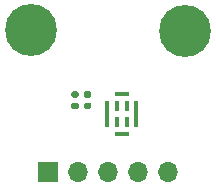
<source format=gbr>
%TF.GenerationSoftware,KiCad,Pcbnew,(5.1.10)-1*%
%TF.CreationDate,2021-11-07T18:39:57-08:00*%
%TF.ProjectId,mic_pcb,6d69635f-7063-4622-9e6b-696361645f70,rev?*%
%TF.SameCoordinates,Original*%
%TF.FileFunction,Soldermask,Top*%
%TF.FilePolarity,Negative*%
%FSLAX46Y46*%
G04 Gerber Fmt 4.6, Leading zero omitted, Abs format (unit mm)*
G04 Created by KiCad (PCBNEW (5.1.10)-1) date 2021-11-07 18:39:57*
%MOMM*%
%LPD*%
G01*
G04 APERTURE LIST*
%ADD10C,0.700000*%
%ADD11C,4.400000*%
%ADD12R,0.355600X2.311400*%
%ADD13R,0.406400X0.939800*%
%ADD14R,1.295400X0.355600*%
%ADD15O,1.700000X1.700000*%
%ADD16R,1.700000X1.700000*%
G04 APERTURE END LIST*
D10*
%TO.C,H2*%
X141506726Y-91003274D03*
X140340000Y-90520000D03*
X139173274Y-91003274D03*
X138690000Y-92170000D03*
X139173274Y-93336726D03*
X140340000Y-93820000D03*
X141506726Y-93336726D03*
X141990000Y-92170000D03*
D11*
X140340000Y-92170000D03*
%TD*%
D10*
%TO.C,H1*%
X128476726Y-90913274D03*
X127310000Y-90430000D03*
X126143274Y-90913274D03*
X125660000Y-92080000D03*
X126143274Y-93246726D03*
X127310000Y-93730000D03*
X128476726Y-93246726D03*
X128960000Y-92080000D03*
D11*
X127310000Y-92080000D03*
%TD*%
D12*
%TO.C,U1*%
X133773401Y-99157466D03*
X136223401Y-99157466D03*
D13*
X135448400Y-98482466D03*
D14*
X134998401Y-97432466D03*
X134998401Y-100882466D03*
D13*
X135448400Y-99832466D03*
X134548402Y-99832466D03*
X134548402Y-98482466D03*
%TD*%
D15*
%TO.C,J1*%
X138930000Y-104030000D03*
X136390000Y-104030000D03*
X133850000Y-104030000D03*
X131310000Y-104030000D03*
D16*
X128770000Y-104030000D03*
%TD*%
%TO.C,C2*%
G36*
G01*
X131930000Y-98190000D02*
X132270000Y-98190000D01*
G75*
G02*
X132410000Y-98330000I0J-140000D01*
G01*
X132410000Y-98610000D01*
G75*
G02*
X132270000Y-98750000I-140000J0D01*
G01*
X131930000Y-98750000D01*
G75*
G02*
X131790000Y-98610000I0J140000D01*
G01*
X131790000Y-98330000D01*
G75*
G02*
X131930000Y-98190000I140000J0D01*
G01*
G37*
G36*
G01*
X131930000Y-97230000D02*
X132270000Y-97230000D01*
G75*
G02*
X132410000Y-97370000I0J-140000D01*
G01*
X132410000Y-97650000D01*
G75*
G02*
X132270000Y-97790000I-140000J0D01*
G01*
X131930000Y-97790000D01*
G75*
G02*
X131790000Y-97650000I0J140000D01*
G01*
X131790000Y-97370000D01*
G75*
G02*
X131930000Y-97230000I140000J0D01*
G01*
G37*
%TD*%
%TO.C,C1*%
G36*
G01*
X130850000Y-98190000D02*
X131190000Y-98190000D01*
G75*
G02*
X131330000Y-98330000I0J-140000D01*
G01*
X131330000Y-98610000D01*
G75*
G02*
X131190000Y-98750000I-140000J0D01*
G01*
X130850000Y-98750000D01*
G75*
G02*
X130710000Y-98610000I0J140000D01*
G01*
X130710000Y-98330000D01*
G75*
G02*
X130850000Y-98190000I140000J0D01*
G01*
G37*
G36*
G01*
X130850000Y-97230000D02*
X131190000Y-97230000D01*
G75*
G02*
X131330000Y-97370000I0J-140000D01*
G01*
X131330000Y-97650000D01*
G75*
G02*
X131190000Y-97790000I-140000J0D01*
G01*
X130850000Y-97790000D01*
G75*
G02*
X130710000Y-97650000I0J140000D01*
G01*
X130710000Y-97370000D01*
G75*
G02*
X130850000Y-97230000I140000J0D01*
G01*
G37*
%TD*%
M02*

</source>
